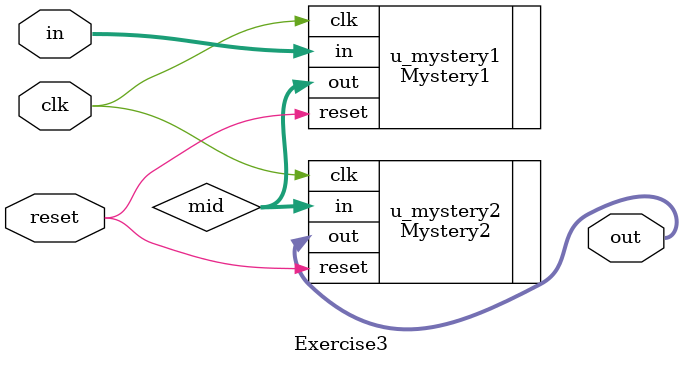
<source format=sv>
module Exercise3 (
    input  logic        clk,
    input  logic        reset,
    input  logic [7:0]  in,
    output logic [7:0]  out
);

logic [7:0] mid;

Mystery1 u_mystery1 (
    .clk   (clk),
    .reset (reset),
    .in    (in),
    .out   (mid)
);

Mystery2 u_mystery2 (
    .clk   (clk),
    .reset (reset),
    .in    (mid),
    .out   (out)
);

endmodule

</source>
